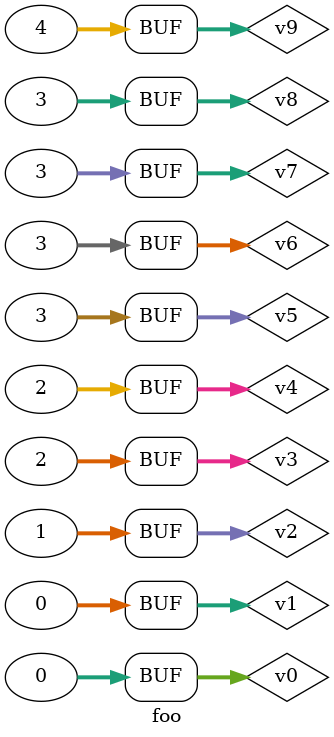
<source format=sv>

module foo;
    int v0 = $clog2(0);
    // CHECK: %0 = const i32 0
    int v1 = $clog2(1);
    // CHECK: %1 = const i32 0
    int v2 = $clog2(2);
    // CHECK: %2 = const i32 1
    int v3 = $clog2(3);
    // CHECK: %3 = const i32 2
    int v4 = $clog2(4);
    // CHECK: %4 = const i32 2
    int v5 = $clog2(5);
    // CHECK: %5 = const i32 3
    int v6 = $clog2(6);
    // CHECK: %6 = const i32 3
    int v7 = $clog2(7);
    // CHECK: %7 = const i32 3
    int v8 = $clog2(8);
    // CHECK: %8 = const i32 3
    int v9 = $clog2(9);
    // CHECK: %9 = const i32 4
endmodule

</source>
